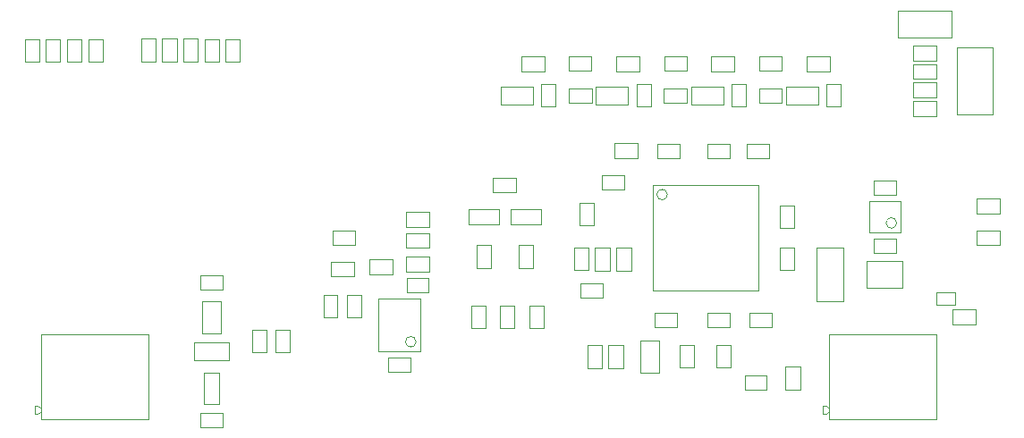
<source format=gbr>
%TF.GenerationSoftware,Altium Limited,Altium Designer,21.0.8 (223)*%
G04 Layer_Color=16711935*
%FSLAX45Y45*%
%MOMM*%
%TF.SameCoordinates,ED3C5559-8931-45A1-834E-F7BCE4D23214*%
%TF.FilePolarity,Positive*%
%TF.FileFunction,Other,Mechanical_13*%
%TF.Part,Single*%
G01*
G75*
%TA.AperFunction,NonConductor*%
%ADD114C,0.10000*%
D114*
X8860000Y2015000D02*
G03*
X8860000Y2015000I-50000J0D01*
G01*
X4310000Y890000D02*
G03*
X4310000Y890000I-50000J0D01*
G01*
X6690000Y2285000D02*
G03*
X6690000Y2285000I-50000J0D01*
G01*
X7805000Y660000D02*
X7945000D01*
X7805000Y440000D02*
X7945000D01*
Y660000D01*
X7805000Y440000D02*
Y660000D01*
X9610000Y1055000D02*
Y1195000D01*
X9390000Y1055000D02*
Y1195000D01*
Y1055000D02*
X9610000D01*
X9390000Y1195000D02*
X9610000D01*
X9240000Y1362500D02*
X9410000D01*
X9240000Y1237500D02*
Y1362500D01*
Y1237500D02*
X9410000D01*
Y1362500D01*
X7470000Y1167500D02*
X7680000D01*
X7470000Y1032500D02*
X7680000D01*
X7470000D02*
Y1167500D01*
X7680000Y1032500D02*
Y1167500D01*
X7070000D02*
X7280000D01*
X7070000Y1032500D02*
X7280000D01*
X7070000D02*
Y1167500D01*
X7280000Y1032500D02*
Y1167500D01*
X6570000Y1032500D02*
X6780000D01*
X6570000Y1167500D02*
X6780000D01*
Y1032500D02*
Y1167500D01*
X6570000Y1032500D02*
Y1167500D01*
X7420000Y567500D02*
X7630000D01*
X7420000Y432500D02*
X7630000D01*
X7420000D02*
Y567500D01*
X7630000Y432500D02*
Y567500D01*
X7292500Y645000D02*
Y855000D01*
X7157500Y645000D02*
Y855000D01*
X7292500D01*
X7157500Y645000D02*
X7292500D01*
X6807500D02*
Y855000D01*
X6942500Y645000D02*
Y855000D01*
X6807500Y645000D02*
X6942500D01*
X6807500Y855000D02*
X6942500D01*
X6070000Y640000D02*
Y860000D01*
X5930000Y640000D02*
Y860000D01*
X6070000D01*
X5930000Y640000D02*
X6070000D01*
X6130000D02*
Y860000D01*
X6270000Y640000D02*
Y860000D01*
X6130000Y640000D02*
X6270000D01*
X6130000Y860000D02*
X6270000D01*
X6437500Y597500D02*
Y902500D01*
X6612500Y597500D02*
Y902500D01*
X6437500D02*
X6612500D01*
X6437500Y597500D02*
X6612500D01*
X5305000Y3592500D02*
X5525000D01*
X5305000Y3452500D02*
X5525000D01*
X5305000D02*
Y3592500D01*
X5525000Y3452500D02*
Y3592500D01*
X5760000Y3455000D02*
X5970001D01*
X5760000Y3590000D02*
X5970001D01*
Y3455000D02*
Y3590000D01*
X5760000Y3455000D02*
Y3590000D01*
X6205001Y3592500D02*
X6425001D01*
X6205001Y3452500D02*
X6425001D01*
X6205001D02*
Y3592500D01*
X6425001Y3452500D02*
Y3592500D01*
X6660000Y3455000D02*
X6870000D01*
X6660000Y3590000D02*
X6870000D01*
Y3455000D02*
Y3590000D01*
X6660000Y3455000D02*
Y3590000D01*
X7105001Y3592500D02*
X7325001D01*
X7105001Y3452500D02*
X7325001D01*
X7105001D02*
Y3592500D01*
X7325001Y3452500D02*
Y3592500D01*
X7560000Y3455000D02*
X7770000D01*
X7560000Y3590000D02*
X7770000D01*
Y3455000D02*
Y3590000D01*
X7560000Y3455000D02*
Y3590000D01*
X8005000Y3592500D02*
X8225001D01*
X8005000Y3452500D02*
X8225001D01*
X8005000D02*
Y3592500D01*
X8225001Y3452500D02*
Y3592500D01*
X9430000Y3680591D02*
X9770000D01*
X9430000Y3045591D02*
Y3680591D01*
Y3045591D02*
X9770000D01*
Y3680591D01*
X8871000Y4027000D02*
X9379000D01*
Y3773000D02*
Y4027000D01*
X8871000Y3773000D02*
X9379000D01*
X8871000D02*
Y4027000D01*
X8645000Y2282500D02*
X8855000D01*
X8645000Y2417500D02*
X8855000D01*
Y2282500D02*
Y2417500D01*
X8645000Y2282500D02*
Y2417500D01*
X8191300Y282500D02*
X8209126Y267484D01*
X8221992D01*
X8164991Y282481D02*
X8191285D01*
X8164999Y282472D02*
X8165007Y282481D01*
X8164999Y211100D02*
Y282472D01*
X9237992Y153790D02*
Y963786D01*
X8221992Y153790D02*
Y963786D01*
Y153790D02*
X9237992D01*
X8221992Y963786D02*
X9237992D01*
X8164999Y211100D02*
X8191276D01*
X8209126Y226088D02*
X8221992D01*
X8191300Y211100D02*
X8209126Y226088D01*
X8352000Y1271000D02*
Y1779000D01*
X8098000Y1271000D02*
X8352000D01*
X8098000D02*
Y1779000D01*
X8352000D01*
X7757500Y1570000D02*
Y1780000D01*
X7892500Y1570000D02*
Y1780000D01*
X7757500Y1570000D02*
X7892500D01*
X7757500Y1780000D02*
X7892500D01*
Y1970000D02*
Y2180000D01*
X7757500Y1970000D02*
Y2180000D01*
X7892500D01*
X7757500Y1970000D02*
X7892500D01*
X7445000Y2632500D02*
X7655000D01*
X7445000Y2767500D02*
X7655000D01*
Y2632500D02*
Y2767500D01*
X7445000Y2632500D02*
Y2767500D01*
X7070000D02*
X7280000D01*
X7070000Y2632500D02*
X7280000D01*
X7070000D02*
Y2767500D01*
X7280000Y2632500D02*
Y2767500D01*
X6595000D02*
X6805000D01*
X6595000Y2632500D02*
X6805000D01*
X6595000D02*
Y2767500D01*
X6805000Y2632500D02*
Y2767500D01*
X6190000Y2630000D02*
X6410000D01*
X6190000Y2770000D02*
X6410000D01*
Y2630000D02*
Y2770000D01*
X6190000Y2630000D02*
Y2770000D01*
X6070000Y2467500D02*
X6280000D01*
X6070000Y2332500D02*
X6280000D01*
X6070000D02*
Y2467500D01*
X6280000Y2332500D02*
Y2467500D01*
X5857500Y1995000D02*
Y2205000D01*
X5992500Y1995000D02*
Y2205000D01*
X5857500Y1995000D02*
X5992500D01*
X5857500Y2205000D02*
X5992500D01*
X5807500Y1570000D02*
Y1780000D01*
X5942500Y1570000D02*
Y1780000D01*
X5807500Y1570000D02*
X5942500D01*
X5807500Y1780000D02*
X5942500D01*
X5870000Y1307500D02*
X6080000D01*
X5870000Y1442500D02*
X6080000D01*
Y1307500D02*
Y1442500D01*
X5870000Y1307500D02*
Y1442500D01*
X5280000Y1590000D02*
Y1810000D01*
X5420000Y1590000D02*
Y1810000D01*
X5280000Y1590000D02*
X5420000D01*
X5280000Y1810000D02*
X5420000D01*
X4880000Y1590000D02*
Y1810000D01*
X5020000Y1590000D02*
Y1810000D01*
X4880000Y1590000D02*
X5020000D01*
X4880000Y1810000D02*
X5020000D01*
X4045000Y742500D02*
X4255000D01*
X4045000Y607500D02*
X4255000D01*
X4045000D02*
Y742500D01*
X4255000Y607500D02*
Y742500D01*
X2982500Y795000D02*
Y1005000D01*
X3117500Y795000D02*
Y1005000D01*
X2982500Y795000D02*
X3117500D01*
X2982500Y1005000D02*
X3117500D01*
X2757500Y795000D02*
Y1005000D01*
X2892500Y795000D02*
Y1005000D01*
X2757500Y795000D02*
X2892500D01*
X2757500Y1005000D02*
X2892500D01*
X731300Y282500D02*
X749125Y267484D01*
X761992D01*
X704990Y282481D02*
X731284D01*
X704998Y282472D02*
X705006Y282481D01*
X704998Y211100D02*
Y282472D01*
X1777992Y153790D02*
Y963786D01*
X761992Y153790D02*
Y963786D01*
Y153790D02*
X1777992D01*
X761992Y963786D02*
X1777992D01*
X704998Y211100D02*
X731276D01*
X749125Y226088D02*
X761992D01*
X731300Y211100D02*
X749125Y226088D01*
X2305000Y600000D02*
X2445000D01*
X2305000Y300000D02*
X2445000D01*
X2305000D02*
Y600000D01*
X2445000Y300000D02*
Y600000D01*
X8900000Y1925000D02*
Y2225000D01*
X8600000Y1925000D02*
Y2225000D01*
Y1925000D02*
X8900000D01*
X8600000Y2225000D02*
X8900000D01*
X2287500Y972500D02*
X2462500D01*
X2287500Y1277500D02*
X2462500D01*
Y972500D02*
Y1277500D01*
X2287500Y972500D02*
Y1277500D01*
X3865000Y1670000D02*
X4085000D01*
X3865000Y1530000D02*
X4085000D01*
Y1670000D01*
X3865000Y1530000D02*
Y1670000D01*
X3950000Y1300000D02*
X4350000D01*
X3950000Y800000D02*
X4350000D01*
X3950000D02*
Y1300000D01*
X4350000Y800000D02*
Y1300000D01*
X5112501Y3310000D02*
X5417500D01*
X5112501Y3135000D02*
X5417500D01*
Y3310000D01*
X5112501Y3135000D02*
Y3310000D01*
X5757500Y3292500D02*
X5972500D01*
X5757500Y3152500D02*
X5972500D01*
Y3292500D01*
X5757500Y3152500D02*
Y3292500D01*
X6012501Y3310000D02*
X6317500D01*
X6012501Y3135000D02*
X6317500D01*
Y3310000D01*
X6012501Y3135000D02*
Y3310000D01*
X6912501D02*
X7217500D01*
X6912501Y3135000D02*
X7217500D01*
Y3310000D01*
X6912501Y3135000D02*
Y3310000D01*
X6657500Y3152500D02*
X6872500D01*
X6657500Y3292500D02*
X6872500D01*
X6657500Y3152500D02*
Y3292500D01*
X6872500Y3152500D02*
Y3292500D01*
X7812501Y3310000D02*
X8117500D01*
X7812501Y3135000D02*
X8117500D01*
Y3310000D01*
X7812501Y3135000D02*
Y3310000D01*
X7557500Y3152500D02*
X7772500D01*
X7557500Y3292500D02*
X7772500D01*
X7557500Y3152500D02*
Y3292500D01*
X7772500Y3152500D02*
Y3292500D01*
X6550000Y1375000D02*
Y2375000D01*
X7550000Y1375000D02*
Y2375000D01*
X6550000D02*
X7550000D01*
X6550000Y1375000D02*
X7550000D01*
X5260000Y2305000D02*
Y2445000D01*
X5040000Y2305000D02*
Y2445000D01*
Y2305000D02*
X5260000D01*
X5040000Y2445000D02*
X5260000D01*
X4215000Y1980000D02*
Y2120000D01*
X4435000Y1980000D02*
Y2120000D01*
X4215000D02*
X4435000D01*
X4215000Y1980000D02*
X4435000D01*
X4215000Y1780000D02*
Y1920000D01*
X4435000Y1780000D02*
Y1920000D01*
X4215000D02*
X4435000D01*
X4215000Y1780000D02*
X4435000D01*
X4435000Y1555000D02*
Y1695000D01*
X4215000Y1555000D02*
Y1695000D01*
Y1555000D02*
X4435000D01*
X4215000Y1695000D02*
X4435000D01*
X3722500Y1510000D02*
Y1650000D01*
X3502500Y1510000D02*
Y1650000D01*
Y1510000D02*
X3722500D01*
X3502500Y1650000D02*
X3722500D01*
X2210000Y712500D02*
Y887500D01*
X2540000Y712500D02*
Y887500D01*
X2210000D02*
X2540000D01*
X2210000Y712500D02*
X2540000D01*
X9615000Y2105000D02*
Y2245000D01*
X9835000Y2105000D02*
Y2245000D01*
X9615000Y2105000D02*
X9835000D01*
X9615000Y2245000D02*
X9835000D01*
X9615000Y1805000D02*
Y1945000D01*
X9835000Y1805000D02*
Y1945000D01*
X9615000Y1805000D02*
X9835000D01*
X9615000Y1945000D02*
X9835000D01*
X2105000Y3540000D02*
X2245000D01*
X2105000Y3760000D02*
X2245000D01*
Y3540000D02*
Y3760000D01*
X2105000Y3540000D02*
Y3760000D01*
X1705000Y3540000D02*
X1845000D01*
X1705000Y3760000D02*
X1845000D01*
Y3540000D02*
Y3760000D01*
X1705000Y3540000D02*
Y3760000D01*
X1905000Y3540000D02*
X2045000D01*
X1905000Y3760000D02*
X2045000D01*
Y3540000D02*
Y3760000D01*
X1905000Y3540000D02*
Y3760000D01*
X6205000Y1785000D02*
X6345000D01*
X6205000Y1565000D02*
X6345000D01*
Y1785000D01*
X6205000Y1565000D02*
Y1785000D01*
X6005000D02*
X6145000D01*
X6005000Y1565000D02*
X6145000D01*
Y1785000D01*
X6005000Y1565000D02*
Y1785000D01*
X9235000Y3030000D02*
Y3170000D01*
X9015000Y3030000D02*
Y3170000D01*
Y3030000D02*
X9235000D01*
X9015000Y3170000D02*
X9235000D01*
Y3205000D02*
Y3345000D01*
X9015000Y3205000D02*
Y3345000D01*
Y3205000D02*
X9235000D01*
X9015000Y3345000D02*
X9235000D01*
Y3380000D02*
Y3520000D01*
X9015000Y3380000D02*
Y3520000D01*
Y3380000D02*
X9235000D01*
X9015000Y3520000D02*
X9235000D01*
Y3555000D02*
Y3695000D01*
X9015000Y3555000D02*
Y3695000D01*
Y3555000D02*
X9235000D01*
X9015000Y3695000D02*
X9235000D01*
X5204000Y2005000D02*
X5496000D01*
X5204000Y2145000D02*
X5496000D01*
X5204000Y2005000D02*
Y2145000D01*
X5496000Y2005000D02*
Y2145000D01*
X4804000Y2005000D02*
X5096000D01*
X4804000Y2145000D02*
X5096000D01*
X4804000Y2005000D02*
Y2145000D01*
X5096000Y2005000D02*
Y2145000D01*
X8917760Y1399540D02*
Y1653540D01*
X8577760Y1399540D02*
X8917760D01*
X8577760D02*
Y1653540D01*
X8917760D01*
X2480000Y1382500D02*
Y1517500D01*
X2270000Y1382500D02*
Y1517500D01*
Y1382500D02*
X2480000D01*
X2270000Y1517500D02*
X2480000D01*
X3730000Y1807500D02*
Y1942500D01*
X3520000Y1807500D02*
Y1942500D01*
Y1807500D02*
X3730000D01*
X3520000Y1942500D02*
X3730000D01*
X3432500Y1120000D02*
X3567500D01*
X3432500Y1330000D02*
X3567500D01*
X3432500Y1120000D02*
Y1330000D01*
X3567500Y1120000D02*
Y1330000D01*
X3657500Y1120000D02*
X3792500D01*
X3657500Y1330000D02*
X3792500D01*
X3657500Y1120000D02*
Y1330000D01*
X3792500Y1120000D02*
Y1330000D01*
X4430000Y1357500D02*
Y1492500D01*
X4220000Y1357500D02*
Y1492500D01*
Y1357500D02*
X4430000D01*
X4220000Y1492500D02*
X4430000D01*
X5382500Y1020000D02*
X5517500D01*
X5382500Y1230000D02*
X5517500D01*
X5382500Y1020000D02*
Y1230000D01*
X5517500Y1020000D02*
Y1230000D01*
X5107500Y1020000D02*
X5242500D01*
X5107500Y1230000D02*
X5242500D01*
X5107500Y1020000D02*
Y1230000D01*
X5242500Y1020000D02*
Y1230000D01*
X4832500Y1020000D02*
X4967500D01*
X4832500Y1230000D02*
X4967500D01*
X4832500Y1020000D02*
Y1230000D01*
X4967500Y1020000D02*
Y1230000D01*
X2270000Y82500D02*
Y217500D01*
X2480000Y82500D02*
Y217500D01*
X2270000D02*
X2480000D01*
X2270000Y82500D02*
X2480000D01*
X2307500Y3755000D02*
X2442500D01*
X2307500Y3545000D02*
X2442500D01*
X2307500D02*
Y3755000D01*
X2442500Y3545000D02*
Y3755000D01*
X2507500D02*
X2642500D01*
X2507500Y3545000D02*
X2642500D01*
X2507500D02*
Y3755000D01*
X2642500Y3545000D02*
Y3755000D01*
X8645000Y1732500D02*
Y1867500D01*
X8855000Y1732500D02*
Y1867500D01*
X8645000D02*
X8855000D01*
X8645000Y1732500D02*
X8855000D01*
X807500Y3545000D02*
X942500D01*
X807500Y3755000D02*
X942500D01*
Y3545000D02*
Y3755000D01*
X807500Y3545000D02*
Y3755000D01*
X607500D02*
X742500D01*
X607500Y3545000D02*
X742500D01*
X607500D02*
Y3755000D01*
X742500Y3545000D02*
Y3755000D01*
X1207500D02*
X1342500D01*
X1207500Y3545000D02*
X1342500D01*
X1207500D02*
Y3755000D01*
X1342500Y3545000D02*
Y3755000D01*
X1007500Y3545000D02*
X1142500D01*
X1007500Y3755000D02*
X1142500D01*
Y3545000D02*
Y3755000D01*
X1007500Y3545000D02*
Y3755000D01*
X8197500Y3327500D02*
X8332500D01*
X8197500Y3117500D02*
X8332500D01*
Y3327500D01*
X8197500Y3117500D02*
Y3327500D01*
X7297500D02*
X7432500D01*
X7297500Y3117500D02*
X7432500D01*
Y3327500D01*
X7297500Y3117500D02*
Y3327500D01*
X6397500D02*
X6532500D01*
X6397500Y3117500D02*
X6532500D01*
Y3327500D01*
X6397500Y3117500D02*
Y3327500D01*
X5497500D02*
X5632500D01*
X5497500Y3117500D02*
X5632500D01*
Y3327500D01*
X5497500Y3117500D02*
Y3327500D01*
%TF.MD5,874d9d1902c63d1f12092e78c53f170d*%
M02*

</source>
